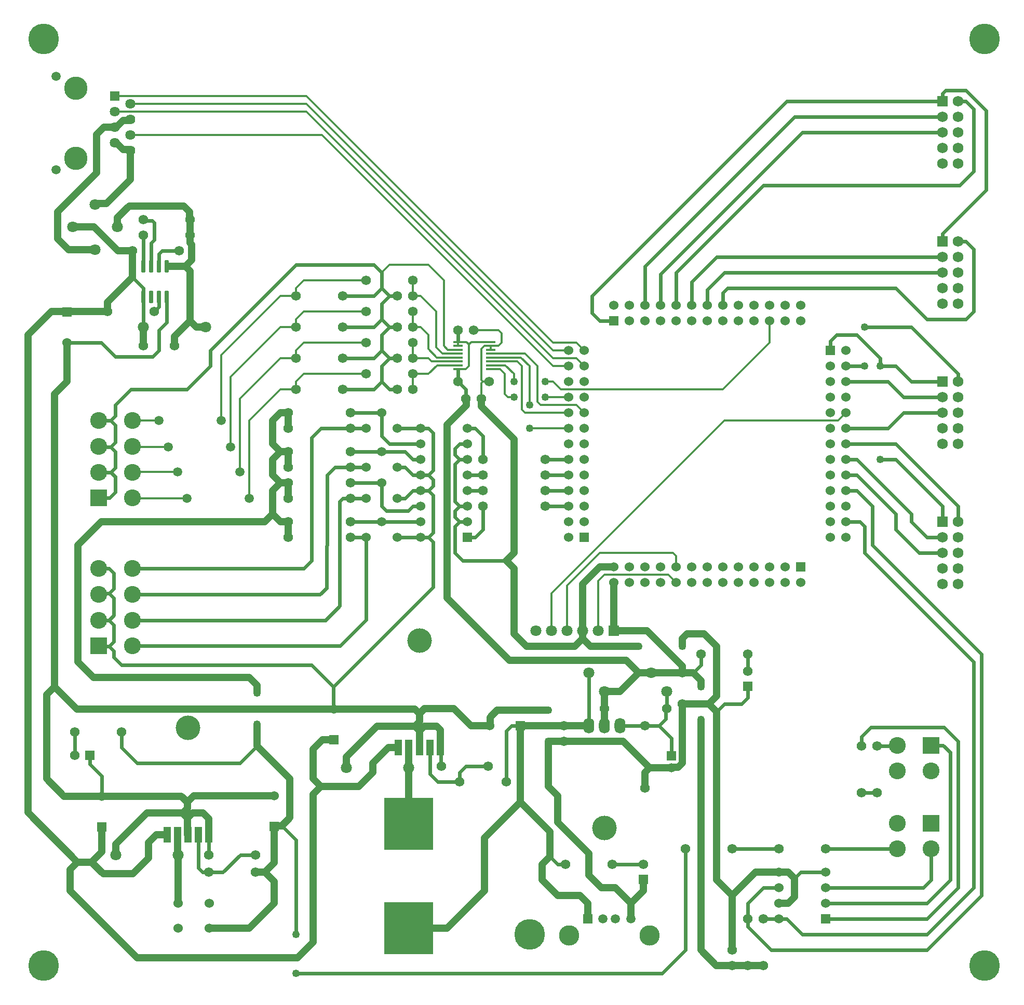
<source format=gbl>
G04*
G04 #@! TF.GenerationSoftware,Altium Limited,Altium Designer,21.5.1 (32)*
G04*
G04 Layer_Physical_Order=2*
G04 Layer_Color=16711680*
%FSLAX25Y25*%
%MOIN*%
G70*
G04*
G04 #@! TF.SameCoordinates,C97E674D-CBD0-4417-8129-BB80065031B2*
G04*
G04*
G04 #@! TF.FilePolarity,Positive*
G04*
G01*
G75*
%ADD41C,0.04724*%
%ADD42C,0.02362*%
%ADD43C,0.01378*%
%ADD44C,0.06200*%
%ADD45R,0.06200X0.06200*%
%ADD46R,0.06200X0.06200*%
%ADD47C,0.05906*%
%ADD48C,0.06890*%
%ADD50R,0.10827X0.10827*%
%ADD51C,0.10827*%
%ADD52C,0.07087*%
%ADD53C,0.15000*%
%ADD54C,0.06400*%
%ADD55R,0.06400X0.06400*%
%ADD56R,0.06000X0.06000*%
%ADD57C,0.06000*%
%ADD58R,0.06890X0.06890*%
%ADD59R,0.05906X0.05906*%
%ADD60C,0.13055*%
%ADD61C,0.19685*%
%ADD62R,0.06000X0.06000*%
%ADD63O,0.07000X0.10000*%
%ADD64C,0.15748*%
%ADD65R,0.07087X0.07087*%
%ADD66R,0.05118X0.09843*%
%ADD67C,0.04921*%
G04:AMPARAMS|DCode=68|XSize=77.56mil|YSize=23.62mil|CornerRadius=2.95mil|HoleSize=0mil|Usage=FLASHONLY|Rotation=270.000|XOffset=0mil|YOffset=0mil|HoleType=Round|Shape=RoundedRectangle|*
%AMROUNDEDRECTD68*
21,1,0.07756,0.01772,0,0,270.0*
21,1,0.07165,0.02362,0,0,270.0*
1,1,0.00591,-0.00886,-0.03583*
1,1,0.00591,-0.00886,0.03583*
1,1,0.00591,0.00886,0.03583*
1,1,0.00591,0.00886,-0.03583*
%
%ADD68ROUNDEDRECTD68*%
%ADD69R,0.06300X0.01400*%
%ADD70R,0.31496X0.33465*%
D41*
X444000Y233000D02*
X452000Y225000D01*
X430000Y230000D02*
X433000Y233000D01*
X444000D01*
X430000Y225000D02*
Y230000D01*
X361000Y225000D02*
X366000Y230000D01*
X330000Y225000D02*
X361000D01*
X366000Y230000D02*
X371000Y225000D01*
X366000Y230000D02*
Y235000D01*
X371000Y225000D02*
X402000D01*
X322000Y233000D02*
X330000Y225000D01*
X407321Y235000D02*
X430000Y212321D01*
Y208000D02*
Y212321D01*
X386000Y235000D02*
Y266000D01*
Y235000D02*
X407321D01*
X394000Y216000D02*
X402000Y208000D01*
X279000Y256000D02*
X319000Y216000D01*
X394000D01*
X279000Y256000D02*
Y367435D01*
X37000Y68000D02*
Y81842D01*
X80000Y25000D02*
X183000D01*
X37000Y68000D02*
X80000Y25000D01*
X340000Y75000D02*
Y85000D01*
X350000Y65000D02*
X364283D01*
X340000Y75000D02*
X350000Y65000D01*
X340000Y85000D02*
X345000Y90000D01*
Y106000D01*
X326000Y125000D02*
X345000Y106000D01*
X378000Y70000D02*
X386842D01*
X370000Y78000D02*
Y92000D01*
Y78000D02*
X378000Y70000D01*
X350000Y112000D02*
Y129000D01*
Y112000D02*
X370000Y92000D01*
X405000Y68158D02*
Y75300D01*
X396843Y60000D02*
X405000Y68158D01*
X386842Y70000D02*
X396843Y60000D01*
X344000Y135000D02*
X350000Y129000D01*
X303000Y102000D02*
X326000Y125000D01*
X303000Y68000D02*
Y102000D01*
X326000Y125000D02*
Y174000D01*
X364283Y65000D02*
X369284Y60000D01*
Y50000D02*
Y60000D01*
X10000Y118311D02*
Y425076D01*
X118000Y430000D02*
X124000D01*
X29000Y504028D02*
X54048Y529076D01*
X35000Y439761D02*
X35239Y440000D01*
X29000Y486918D02*
Y504028D01*
X10000Y425076D02*
X25000Y440076D01*
X34685D02*
X35000Y439761D01*
X35239Y440000D02*
X61000D01*
X25000Y440076D02*
X34685D01*
X36000Y479918D02*
X53000D01*
X29000Y486918D02*
X36000Y479918D01*
X35000Y395000D02*
Y420076D01*
X76718Y479282D02*
X77000Y479000D01*
X67588Y479282D02*
X76718D01*
X114000Y489000D02*
Y499000D01*
X115000Y473000D02*
Y483000D01*
X111000Y469000D02*
X114000Y466000D01*
Y484000D02*
Y489000D01*
Y484000D02*
X115000Y483000D01*
X111000Y469000D02*
X115000Y473000D01*
X114000Y434000D02*
Y466000D01*
X100201Y469000D02*
X111000D01*
X61000Y446000D02*
X77000Y462000D01*
Y479000D01*
X66687Y548470D02*
X70915Y544243D01*
X58687Y558470D02*
X65605D01*
X66687D02*
X70915Y562698D01*
Y544243D02*
X74833D01*
X70915Y562698D02*
X74833D01*
X114000Y434000D02*
X118000Y430000D01*
X61000Y440000D02*
Y446000D01*
X84000Y418000D02*
Y430000D01*
X104000Y418000D02*
Y424000D01*
X114000Y434000D01*
X53000Y508871D02*
X53452Y509323D01*
X67476Y494394D02*
Y500394D01*
X75000Y507918D01*
X52803Y509068D02*
X53000Y508871D01*
X53452Y509323D02*
X60247D01*
X75000Y507918D02*
X110000D01*
X113718Y499282D02*
X114000Y499000D01*
X113718Y499282D02*
Y504201D01*
X110000Y507918D02*
X113718Y504201D01*
X54048Y529076D02*
Y553831D01*
X58687Y558470D01*
X60247Y509323D02*
X75605Y524681D01*
Y543470D01*
X52476Y494394D02*
X67588Y479282D01*
X38524Y494394D02*
X52476D01*
X27000Y199000D02*
X41315Y184685D01*
X27000Y199000D02*
Y387000D01*
X35000Y395000D01*
X22000Y194000D02*
X27000Y199000D01*
X22000Y140000D02*
Y194000D01*
Y140000D02*
X33081Y128919D01*
X57234D01*
X42000Y215000D02*
Y290000D01*
Y215000D02*
X52000Y205000D01*
X42000Y290000D02*
X57000Y305000D01*
X10000Y118311D02*
X41734Y86577D01*
X396843Y50000D02*
Y60000D01*
X452000Y75000D02*
Y183000D01*
X442000Y30000D02*
Y178000D01*
X452000Y75000D02*
X462000Y65000D01*
X442000Y30000D02*
X451813Y20187D01*
X461813D02*
X462000Y20000D01*
X451813Y20187D02*
X461813D01*
X462000Y30000D02*
Y65000D01*
X477000Y80000D02*
X492000D01*
X462000Y65000D02*
X477000Y80000D01*
X462000Y20000D02*
X472000D01*
X482000D01*
X492000Y80000D02*
X498000D01*
X492000Y60000D02*
X498000D01*
Y80000D02*
X502000Y76000D01*
X498000Y60000D02*
X502000Y64000D01*
Y76000D01*
X183000Y25000D02*
X193000Y35000D01*
Y130000D01*
X254157Y111000D02*
Y147000D01*
X193000Y130000D02*
X198000Y135000D01*
X222158D01*
X193000Y140000D02*
X198000Y135000D01*
X222158D02*
X231157Y144000D01*
Y150000D01*
X193000Y140000D02*
Y159000D01*
X214244Y147087D02*
Y154087D01*
X254311Y147153D02*
Y159846D01*
X231157Y150000D02*
X241158Y160000D01*
X247772D01*
X193000Y159000D02*
X199000Y165000D01*
X214244Y154087D02*
X233842Y173685D01*
X199000Y165000D02*
X206157D01*
X233842Y173685D02*
X258157D01*
X206157Y184685D02*
X258157D01*
X254157Y44071D02*
X279071D01*
X303000Y68000D01*
X261157Y160000D02*
Y170685D01*
X274543Y160000D02*
Y171299D01*
X258157Y173685D02*
X261157Y170685D01*
X264158Y173685D01*
X272158D02*
X274543Y171299D01*
X264158Y173685D02*
X272158D01*
X294158Y174000D02*
X306315D01*
X258157Y173685D02*
X261157Y176685D01*
Y181685D01*
X283157Y185000D02*
X294158Y174000D01*
X258157Y184685D02*
X261157Y181685D01*
X264472Y185000D01*
X283157D01*
X430000Y208000D02*
X437000D01*
X452000Y193000D02*
Y225000D01*
X447000Y188000D02*
X452000Y183000D01*
X430000Y188000D02*
X447000D01*
X452000Y193000D01*
X442000Y199000D02*
Y203000D01*
X437000Y208000D02*
X442000Y203000D01*
X380000Y185000D02*
Y196000D01*
X390000D01*
X402000Y208000D01*
X410000D01*
X430000D01*
X366000Y235000D02*
Y265000D01*
X301000Y379000D02*
Y384000D01*
Y379000D02*
X322000Y358000D01*
X366000Y265000D02*
X377000Y276000D01*
X386000D01*
X344000Y135000D02*
Y164000D01*
X354000D01*
X326000Y174000D02*
X354000D01*
X392126Y164000D02*
X409063Y147063D01*
X354000Y164000D02*
X392126D01*
X406000Y144000D02*
X409063Y147063D01*
X423000D01*
X406000Y134000D02*
Y144000D01*
X423233Y147296D02*
X427296D01*
X430000Y150000D01*
Y188000D01*
X354000Y174000D02*
X370000D01*
X306315D02*
X306559Y174244D01*
Y179559D01*
X380000Y174000D02*
Y185000D01*
X306559Y179559D02*
X311000Y184000D01*
X344000D01*
X172000Y375000D02*
X177000D01*
Y365000D02*
Y375000D01*
X167000Y370000D02*
X172000Y375000D01*
X279000Y367435D02*
X291282Y379718D01*
Y383718D01*
X291000Y384000D02*
X291282Y383718D01*
X177000Y320000D02*
Y330000D01*
X167000Y325000D02*
X172000Y330000D01*
X177000D01*
X167000Y335000D02*
X172000Y330000D01*
X167000Y335000D02*
Y345000D01*
X177000Y340000D02*
Y350000D01*
X167000Y345000D02*
X172000Y350000D01*
X177000D01*
X167000Y355000D02*
X172000Y350000D01*
X167000Y355000D02*
Y370000D01*
Y310000D02*
X172000Y305000D01*
X177000D01*
Y295000D02*
Y305000D01*
X167000Y310000D02*
Y325000D01*
X52000Y205000D02*
X152000D01*
X126234Y44000D02*
X152000D01*
X167998Y59998D01*
Y74002D01*
X162000Y80000D02*
X167998Y74002D01*
X156000Y80000D02*
X162000D01*
X167998Y85998D01*
X106234Y60000D02*
Y91077D01*
X87234Y89077D02*
Y99077D01*
X66234Y91077D02*
Y98077D01*
X106081Y91230D02*
Y103923D01*
X57234Y93077D02*
Y109234D01*
X87234Y99077D02*
X92234Y104077D01*
X99234D01*
X112423Y104273D02*
X112620Y104077D01*
X66234Y98077D02*
X86234Y118077D01*
X112423Y104273D02*
Y114888D01*
X109234Y118077D02*
X112423Y114888D01*
X115612Y118077D01*
X167998Y85998D02*
Y109313D01*
X126006Y104077D02*
Y114305D01*
X167998Y109313D02*
X168636Y109951D01*
X172951D01*
X178000Y115000D01*
X122234Y118077D02*
X126006Y114305D01*
X178000Y115000D02*
Y140000D01*
X167919Y129077D02*
X167998Y128998D01*
X157000Y161000D02*
X178000Y140000D01*
X157000Y161000D02*
Y175000D01*
X322000Y285000D02*
Y358000D01*
X317000Y280000D02*
X322000Y275000D01*
X317000Y280000D02*
X322000Y285000D01*
Y233000D02*
Y275000D01*
X58234Y79077D02*
X77234D01*
X50734Y86577D02*
X57234Y93077D01*
X50734Y86577D02*
X58234Y79077D01*
X77234D02*
X87234Y89077D01*
X41734Y86577D02*
X50734D01*
X37000Y81842D02*
X41734Y86577D01*
X115612Y118077D02*
X122234D01*
X86234D02*
X109234D01*
X112234Y121077D01*
Y125077D01*
X108392Y128919D02*
X112234Y125077D01*
X116234Y129077D01*
X57234Y128919D02*
X108392D01*
X116234Y129077D02*
X167919D01*
X162000Y305000D02*
X167000Y310000D01*
X41315Y184685D02*
X206157D01*
X57000Y305000D02*
X162000D01*
X157000Y195000D02*
Y200000D01*
X152000Y205000D02*
X157000Y200000D01*
D42*
X57234Y128919D02*
Y141766D01*
X49700Y149300D02*
X57234Y141766D01*
X49700Y149300D02*
Y155000D01*
X40000D02*
Y170000D01*
X146000Y150000D02*
X157000Y161000D01*
X70000Y160000D02*
X80000Y150000D01*
X146000D01*
X70000Y160000D02*
Y170000D01*
X345000Y90000D02*
X350000Y85000D01*
X355000D01*
X385000D02*
X405000D01*
X468000Y188000D02*
X472000Y192000D01*
X457000Y188000D02*
X468000D01*
X472000Y192000D02*
Y199300D01*
X452000Y183000D02*
X457000Y188000D01*
X472000Y209000D02*
Y220000D01*
X437000Y208000D02*
X442000Y213000D01*
Y220000D01*
X462000Y95000D02*
X492000D01*
X607000Y70000D02*
Y164000D01*
X551000Y173000D02*
X598000D01*
X607000Y164000D01*
X545000Y167000D02*
X551000Y173000D01*
X545000Y161000D02*
Y167000D01*
X602000Y75000D02*
Y157000D01*
X597465Y161535D02*
X602000Y157000D01*
X589653Y161535D02*
X597465D01*
X545000Y161000D02*
X545174Y161174D01*
X555000Y161000D02*
X567174D01*
X545000Y131000D02*
X555000D01*
X589653Y75000D02*
Y95000D01*
X522000D02*
X568000D01*
X182000Y470000D02*
X232000D01*
X212000Y410000D02*
X232000D01*
X212000Y390000D02*
X232000D01*
X212000Y450000D02*
X232000D01*
X212000Y430000D02*
X232000D01*
Y450000D02*
X237000Y455000D01*
X232000Y430000D02*
X237000Y435000D01*
X232000Y410000D02*
X237000Y415000D01*
X232000Y390000D02*
X237000Y395000D01*
X232000Y470000D02*
X237000Y465000D01*
X127000Y415000D02*
X182000Y470000D01*
X127000Y405000D02*
Y415000D01*
X112000Y390000D02*
X127000Y405000D01*
X35000Y420076D02*
X56924D01*
X94000Y469000D02*
Y477000D01*
X84000Y469000D02*
Y489000D01*
X89000Y469000D02*
Y484000D01*
X94000Y477000D02*
X96000Y479000D01*
X84000Y430000D02*
Y449551D01*
X91000Y440000D02*
Y440157D01*
X99000Y433000D02*
Y449551D01*
X94000Y443157D02*
Y449551D01*
X91000Y440157D02*
X94000Y443157D01*
X96000Y479000D02*
X107000D01*
X84000Y449551D02*
Y455000D01*
X77000Y462000D02*
X84000Y455000D01*
X74833Y544243D02*
X75605Y543470D01*
X65605Y548470D02*
X66687D01*
X65605Y558470D02*
X66687D01*
X74833Y562698D02*
X75605Y563470D01*
X66000Y411000D02*
X90000D01*
X94000Y428000D02*
X99000Y433000D01*
X56924Y420076D02*
X66000Y411000D01*
X90000D02*
X94000Y415000D01*
Y428000D01*
X84000Y499000D02*
X84643Y498357D01*
X89000Y484000D02*
X91000Y486000D01*
Y496973D01*
X89616Y498357D02*
X91000Y496973D01*
X84643Y498357D02*
X89616D01*
X242000Y390000D02*
X247000D01*
X237000Y395000D02*
X242000Y390000D01*
X237000Y395000D02*
Y405000D01*
X242000Y410000D01*
X247000D01*
X237000Y415000D02*
X242000Y410000D01*
X237000Y415000D02*
Y425000D01*
X242000Y430000D01*
X247000D01*
X237000Y435000D02*
X242000Y430000D01*
X237000Y445000D02*
X242000Y450000D01*
X237000Y435000D02*
Y445000D01*
Y455000D02*
Y465000D01*
Y455000D02*
X242000Y450000D01*
X247000D01*
X76000Y390000D02*
X112000D01*
X66000Y380000D02*
X76000Y390000D01*
X66000Y373000D02*
Y380000D01*
X63000Y370000D02*
X66000Y373000D01*
X55347Y370000D02*
X63000D01*
X66000Y367000D01*
Y356000D02*
Y367000D01*
X63000Y353000D02*
X66000Y356000D01*
X55811Y353000D02*
X63000D01*
X55347Y353465D02*
X55811Y353000D01*
X63000D02*
X66000Y350000D01*
X63071Y336929D02*
X66000Y339858D01*
Y350000D01*
X63071Y336929D02*
X66000Y334000D01*
X62394Y320394D02*
X66000Y324000D01*
Y334000D01*
X55347Y336929D02*
X63071D01*
X55347Y320394D02*
X62394D01*
X77000Y275000D02*
X187000D01*
X77000Y241929D02*
X200929D01*
X182000Y15000D02*
X417000D01*
X432000Y30000D02*
Y95000D01*
X417000Y15000D02*
X432000Y30000D01*
X622000Y65000D02*
Y220000D01*
X487000Y30000D02*
X587000D01*
X622000Y65000D01*
X587000Y40000D02*
X617000Y70000D01*
X507000Y40000D02*
X587000D01*
X617000Y70000D02*
Y215000D01*
X587000Y50000D02*
X607000Y70000D01*
X522000Y50000D02*
X587000D01*
X497000Y575000D02*
X597000D01*
X372000Y439000D02*
Y450000D01*
X497000Y575000D01*
X406000Y444000D02*
Y469000D01*
X502000Y565000D02*
X597000D01*
X406000Y469000D02*
X502000Y565000D01*
X507000Y555000D02*
X597000D01*
X416000Y444000D02*
Y464000D01*
X507000Y555000D01*
X482000Y521000D02*
X608000D01*
X426000Y444000D02*
Y465000D01*
X482000Y521000D01*
X446000Y444000D02*
Y454000D01*
X457000Y465000D02*
X597000D01*
X446000Y454000D02*
X457000Y465000D01*
X436000Y444000D02*
Y459000D01*
X452000Y475000D02*
X597000D01*
X436000Y459000D02*
X452000Y475000D01*
X625000Y518000D02*
Y569000D01*
X597000Y490000D02*
X625000Y518000D01*
X597000Y485000D02*
Y490000D01*
X567000Y455000D02*
X587000Y435000D01*
X456000Y452000D02*
X459000Y455000D01*
X567000D01*
X456000Y444000D02*
Y452000D01*
X587000Y435000D02*
X612000D01*
X577000Y430000D02*
X606921Y400079D01*
X547000Y430000D02*
X577000D01*
X606921Y395079D02*
X607000Y395000D01*
X606921Y395079D02*
Y400079D01*
X557000Y405000D02*
Y410000D01*
X542000Y425000D02*
X557000Y410000D01*
X529000Y425000D02*
X542000D01*
X525000Y415000D02*
Y421000D01*
X529000Y425000D01*
X557000Y405000D02*
X567000D01*
X577000Y395000D01*
X597000D01*
X562000D02*
X572000Y385000D01*
X597000D01*
X562000Y365000D02*
X572000Y375000D01*
X597000D01*
X535000Y355000D02*
X567000D01*
X597000Y305000D02*
Y315000D01*
X567000Y345000D02*
X597000Y315000D01*
X557000Y345000D02*
X567000D01*
X577000Y305000D02*
X587000Y295000D01*
X597000D01*
X577000Y305000D02*
Y310000D01*
X567000Y300000D02*
Y310000D01*
X582000Y285000D02*
X597000D01*
X567000Y300000D02*
X582000Y285000D01*
X607000Y305000D02*
Y315000D01*
X567000Y355000D02*
X607000Y315000D01*
X552000Y290000D02*
Y315000D01*
Y290000D02*
X622000Y220000D01*
X547000Y285000D02*
X617000Y215000D01*
X547000Y285000D02*
Y302000D01*
X542000Y325000D02*
X552000Y315000D01*
X544000Y305000D02*
X547000Y302000D01*
X535000Y305000D02*
X544000D01*
X522000Y60000D02*
X587000D01*
X602000Y75000D01*
X584654Y70000D02*
X589653Y75000D01*
X522000Y70000D02*
X584654D01*
X607000Y485000D02*
X612000D01*
X617000Y440000D02*
Y480000D01*
X612000Y485000D02*
X617000Y480000D01*
X612000Y435000D02*
X617000Y440000D01*
X535000Y365000D02*
X562000D01*
X535000Y395000D02*
X562000D01*
X472000Y45000D02*
X487000Y30000D01*
X497000Y50000D02*
X507000Y40000D01*
X482000Y70000D02*
X492000D01*
X472000Y50000D02*
Y60000D01*
Y45000D02*
Y50000D01*
Y60000D02*
X482000Y70000D01*
X506000Y80000D02*
X522000D01*
X482000Y50000D02*
X492000D01*
X497000D01*
X502000Y76000D02*
X506000Y80000D01*
X172951Y109951D02*
X182000Y100901D01*
Y40000D02*
Y100901D01*
X217000Y295000D02*
X227000D01*
X217000Y305000D02*
X237000D01*
X202000Y290000D02*
Y335000D01*
X237000Y315000D02*
X240000Y312000D01*
X210071Y318071D02*
X212000Y320000D01*
X192000Y280000D02*
Y359000D01*
X212000Y320000D02*
X217000D01*
X227000D01*
X237000Y315000D02*
Y330000D01*
X214158Y147000D02*
X214244Y147087D01*
X254157Y147000D02*
X254311Y147153D01*
X206000Y184843D02*
X206157Y184685D01*
X275157Y138000D02*
X285157D01*
X273000D02*
X275157D01*
X267850Y143150D02*
X273000Y138000D01*
X287000D02*
Y144000D01*
X291000Y148000D01*
X305157D01*
X274850Y148307D02*
X275157Y148000D01*
X267850Y143150D02*
Y160000D01*
X274850Y148307D02*
Y159693D01*
X274543Y160000D02*
X274850Y159693D01*
X254311Y159846D02*
X254465Y160000D01*
X227000Y242000D02*
Y295000D01*
X201535Y262535D02*
Y289535D01*
X210071Y251071D02*
Y318071D01*
X201535Y289535D02*
X202000Y290000D01*
X270000Y263000D02*
Y292000D01*
X284000Y285000D02*
X289000Y280000D01*
X284000Y285000D02*
Y302000D01*
X267000Y295000D02*
X270000Y292000D01*
X247000Y295000D02*
X262000D01*
X292000D02*
X297000D01*
X262000D02*
X267000D01*
X270000Y298000D01*
X297000Y295000D02*
X302000Y300000D01*
X284000Y302000D02*
X287000Y305000D01*
X237000D02*
X262000D01*
X287000D02*
X292000D01*
X284000Y308000D02*
X287000Y305000D01*
X270000Y298000D02*
Y322000D01*
X284000Y308000D02*
Y312000D01*
X240000D02*
X254000D01*
X257000Y315000D01*
X284000Y312000D02*
X287000Y315000D01*
X257000D02*
X262000D01*
X287000D02*
X292000D01*
X284000Y318000D02*
X287000Y315000D01*
X247000Y320000D02*
X252000D01*
X257000Y325000D01*
X267000D02*
X270000Y322000D01*
X206000Y184843D02*
Y199000D01*
X192000Y213000D02*
X206000Y199000D01*
X187000Y275000D02*
X192000Y280000D01*
X206000Y199000D02*
X270000Y263000D01*
X210394Y225394D02*
X227000Y242000D01*
X197465Y258465D02*
X201535Y262535D01*
X200929Y241929D02*
X210071Y251071D01*
X286000Y421101D02*
Y428000D01*
X608000Y521000D02*
X617000Y530000D01*
Y570000D01*
X599000Y582000D02*
X612000D01*
Y575000D02*
X617000Y570000D01*
X597000Y580000D02*
X599000Y582000D01*
X597000Y575000D02*
Y580000D01*
X607000Y575000D02*
X612000D01*
X420000Y185000D02*
Y196000D01*
X370000Y174000D02*
Y208000D01*
X406000Y174000D02*
X415000D01*
X542000Y345000D02*
X577000Y310000D01*
X542000Y335000D02*
X567000Y310000D01*
X535000Y405000D02*
X547000D01*
X535000Y325000D02*
X542000D01*
X535000Y335000D02*
X542000D01*
X535000Y345000D02*
X542000D01*
X372000Y439000D02*
X377000Y434000D01*
X386000D01*
X342000Y315000D02*
X357000D01*
X342000Y325000D02*
X357000D01*
X342000Y335000D02*
X357000D01*
X342000Y345000D02*
X357000D01*
X302000D02*
Y360000D01*
X317000Y138000D02*
Y170843D01*
X320158Y174000D01*
X326000D01*
X423000Y147063D02*
X423233Y147296D01*
X415000Y174000D02*
X423000Y166000D01*
Y154937D02*
Y166000D01*
X390000Y174000D02*
X406000D01*
X415000D02*
X419357Y178357D01*
Y184357D01*
X420000Y185000D01*
X262000Y325000D02*
X267000D01*
X257000D02*
X262000D01*
X267000D02*
X270000Y328000D01*
X267000Y335000D02*
X270000Y332000D01*
X262000Y335000D02*
X267000D01*
X257000D02*
X262000D01*
X267000D02*
X270000Y338000D01*
X252000Y340000D02*
X257000Y335000D01*
X247000Y340000D02*
X252000D01*
X257000Y345000D02*
X262000D01*
X252000Y350000D02*
X257000Y345000D01*
X217000Y330000D02*
X237000D01*
X202000Y335000D02*
X207000Y340000D01*
X217000D02*
X227000D01*
X207000D02*
X217000D01*
Y350000D02*
X237000D01*
X192000Y359000D02*
X198000Y365000D01*
X217000D02*
X227000D01*
X198000D02*
X217000D01*
Y375000D02*
X237000D01*
Y350000D02*
X252000D01*
X242000Y355000D02*
X262000D01*
X237000Y360000D02*
X242000Y355000D01*
X267000Y365000D02*
X270000Y362000D01*
X262000Y365000D02*
X267000D01*
X247000D02*
X262000D01*
X237000Y360000D02*
Y375000D01*
X292000Y325000D02*
X302000D01*
X270000Y328000D02*
Y332000D01*
X284000Y318000D02*
Y342000D01*
X292000Y335000D02*
X302000D01*
X284000Y342000D02*
X287000Y345000D01*
X292000D01*
X284000Y348000D02*
X287000Y345000D01*
X270000Y338000D02*
Y362000D01*
X284000Y348000D02*
Y352000D01*
X287000Y355000D01*
X292000D01*
X297000Y365000D02*
X302000Y360000D01*
X292000Y365000D02*
X297000D01*
X291000Y384000D02*
Y390000D01*
X286000Y395000D02*
X291000Y390000D01*
X286000Y395000D02*
Y402519D01*
X77000Y225394D02*
X210394D01*
X55347Y275000D02*
X62000D01*
X65000Y272000D01*
Y262000D02*
Y272000D01*
X62000Y259000D02*
X65000Y262000D01*
X55882Y259000D02*
X62000D01*
X55347Y258465D02*
X55882Y259000D01*
X65000Y245000D02*
Y256000D01*
X61929Y241929D02*
X65000Y238858D01*
X61929Y241929D02*
X65000Y245000D01*
X155923Y91234D02*
X156000Y91158D01*
X122000Y80000D02*
X126000D01*
X135000D01*
X119313Y82687D02*
X122000Y80000D01*
X135000D02*
X146234Y91234D01*
X119313Y82687D02*
Y104077D01*
X106081Y91230D02*
X106234Y91077D01*
X105927Y104077D02*
X106081Y103923D01*
X146234Y91234D02*
X155923D01*
X125923D02*
X125965Y91275D01*
Y104035D01*
X126006Y104077D01*
X612000Y582000D02*
X625000Y569000D01*
X302000Y300000D02*
Y315000D01*
X289000Y280000D02*
X317000D01*
X77000Y258465D02*
X197465D01*
X70000Y213000D02*
X192000D01*
X65000Y218000D02*
X70000Y213000D01*
X62000Y259000D02*
X65000Y256000D01*
X55740Y225000D02*
X62000D01*
X55347Y241929D02*
X61929D01*
X65000Y218000D02*
Y222000D01*
Y228000D02*
Y238858D01*
X62000Y225000D02*
X65000Y222000D01*
X55347Y225394D02*
X55740Y225000D01*
X62000D02*
X65000Y228000D01*
D43*
X376000Y235000D02*
Y267000D01*
X346000Y235000D02*
Y259000D01*
X356000Y235000D02*
Y264000D01*
X65605Y578470D02*
X188530D01*
Y573470D02*
X347000Y415000D01*
X75605Y573470D02*
X188530D01*
X65605Y568470D02*
X188530D01*
X75605Y553470D02*
X198530D01*
X347000Y405000D01*
X134000Y370000D02*
Y412000D01*
X172000Y450000D02*
X182000D01*
X134000Y412000D02*
X172000Y450000D01*
Y430000D02*
X182000D01*
X140000Y353000D02*
Y398000D01*
X172000Y430000D01*
X146000Y337000D02*
Y384000D01*
X172000Y410000D02*
X182000D01*
X146000Y384000D02*
X172000Y410000D01*
X152000Y370000D02*
X172000Y390000D01*
X152000Y320000D02*
Y370000D01*
X172000Y390000D02*
X182000D01*
X237000Y465000D02*
X242000Y470000D01*
X267000D01*
X277000Y460000D01*
Y418000D02*
Y460000D01*
X279400Y415600D02*
X286000D01*
X277000Y418000D02*
X279400Y415600D01*
X272000Y417000D02*
Y440000D01*
X276000Y413000D02*
X286000D01*
X272000Y417000D02*
X276000Y413000D01*
X262000Y450000D02*
X272000Y440000D01*
X257000Y450000D02*
X262000D01*
X272400Y410600D02*
X286000D01*
X267000Y416000D02*
X272400Y410600D01*
X267000Y416000D02*
Y425000D01*
X262000Y430000D02*
X267000Y425000D01*
X257000Y430000D02*
X262000D01*
X257000Y450000D02*
Y460000D01*
Y430000D02*
Y440000D01*
Y410000D02*
Y420000D01*
Y410000D02*
X267000D01*
X269000Y408000D02*
X286000D01*
X267000Y410000D02*
X269000Y408000D01*
X257000Y390000D02*
Y400000D01*
X267000D01*
X272600Y405600D02*
X286000D01*
X267000Y400000D02*
X272600Y405600D01*
X77000Y320394D02*
X77197Y320197D01*
X111803D02*
X112000Y320000D01*
X77197Y320197D02*
X111803D01*
X77035Y336965D02*
X105965D01*
X77000Y336929D02*
X77035Y336965D01*
X105965D02*
X106000Y337000D01*
X77232Y353232D02*
X99768D01*
X100000Y353000D01*
X77000Y353465D02*
X77232Y353232D01*
X77000Y370000D02*
X94000D01*
X182000Y390000D02*
Y395000D01*
X187000Y400000D01*
X227000D01*
X182000Y410000D02*
Y415000D01*
X187000Y420000D01*
X227000D01*
X182000Y430000D02*
Y435000D01*
X187000Y440000D01*
X227000D01*
X182000Y450000D02*
Y455000D01*
X187000Y460000D02*
X227000D01*
X182000Y455000D02*
X187000Y460000D01*
X286000Y420600D02*
X291400D01*
X456000Y390000D02*
X486000Y420000D01*
X312000Y428000D02*
X314000Y426000D01*
X347000Y420000D02*
X362000D01*
X314000D02*
Y426000D01*
X188530Y578470D02*
X347000Y420000D01*
X188530Y568470D02*
X347000Y410000D01*
X457000Y370000D02*
X530000D01*
X535000Y375000D01*
X486000Y420000D02*
Y434000D01*
X421000Y271000D02*
X426000Y266000D01*
X362000Y410000D02*
X367000Y405000D01*
X362000Y420000D02*
X367000Y415000D01*
X301000Y384000D02*
Y394000D01*
X302000Y395000D01*
X316000Y387000D02*
Y400000D01*
Y387000D02*
X318000Y385000D01*
X322000D01*
X327000Y377000D02*
Y405000D01*
Y377000D02*
X329000Y375000D01*
X331824Y380176D02*
Y405176D01*
Y380176D02*
X332000Y380000D01*
X337000Y382000D02*
Y405000D01*
Y382000D02*
X339000Y380000D01*
X329000Y375000D02*
X357000D01*
X332000Y365000D02*
X357000D01*
X347000Y395000D02*
X352000Y390000D01*
X342000Y385000D02*
X357000D01*
X339000Y380000D02*
X362000D01*
X367000Y375000D01*
X356000Y264000D02*
X377000Y285000D01*
X376000Y267000D02*
X380000Y271000D01*
X421000D01*
X377000Y285000D02*
X424000D01*
X346000Y259000D02*
X457000Y370000D01*
X352000Y390000D02*
X456000D01*
X424000Y285000D02*
X426000Y283000D01*
Y276000D02*
Y283000D01*
X301000Y396000D02*
Y416000D01*
Y396000D02*
X302000Y395000D01*
X301000Y416000D02*
X302991Y417991D01*
X302000Y395000D02*
X306000D01*
X302991Y417991D02*
X306991D01*
X307000Y418000D01*
Y415600D02*
Y418000D01*
Y403000D02*
X313000D01*
X307000Y405600D02*
X316400D01*
X313000Y403000D02*
X316000Y400000D01*
X307000Y408000D02*
X324000D01*
X307000Y410600D02*
X326400D01*
X307000Y413000D02*
X329000D01*
X316400Y405600D02*
X322000Y400000D01*
Y395000D02*
Y400000D01*
X324000Y408000D02*
X327000Y405000D01*
X326400Y410600D02*
X331824Y405176D01*
X329000Y413000D02*
X337000Y405000D01*
X342000Y395000D02*
X347000D01*
Y405000D02*
X357000D01*
X347000Y415000D02*
X357000D01*
X347000Y410000D02*
X362000D01*
X294600Y420600D02*
X307000D01*
X312000Y418000D02*
X314000Y420000D01*
X296000Y428000D02*
X312000D01*
X307000Y418000D02*
X312000D01*
X286000Y403000D02*
X291000D01*
X293000Y405000D01*
Y419000D01*
X286000Y418000D02*
Y420600D01*
X291400D02*
X293000Y419000D01*
X294600Y420600D01*
D44*
X40000Y170000D02*
D03*
X70000D02*
D03*
X40000Y155000D02*
D03*
X385000Y85000D02*
D03*
X355000D02*
D03*
X405000D02*
D03*
X472000Y209000D02*
D03*
Y220000D02*
D03*
X442000D02*
D03*
X522000Y95000D02*
D03*
X492000D02*
D03*
X227000Y460000D02*
D03*
X257000D02*
D03*
X227000Y440000D02*
D03*
X257000D02*
D03*
X227000Y420000D02*
D03*
X257000D02*
D03*
X227000Y400000D02*
D03*
X257000D02*
D03*
X212000Y390000D02*
D03*
X182000D02*
D03*
X212000Y410000D02*
D03*
X182000D02*
D03*
X212000Y430000D02*
D03*
X182000D02*
D03*
X212000Y450000D02*
D03*
X182000D02*
D03*
X61000Y440000D02*
D03*
X91000D02*
D03*
X84000Y499000D02*
D03*
X114000D02*
D03*
X77000Y479000D02*
D03*
X107000D02*
D03*
X84000Y489000D02*
D03*
X114000D02*
D03*
X104000Y418000D02*
D03*
X84000D02*
D03*
X247000Y450000D02*
D03*
X257000D02*
D03*
X247000Y430000D02*
D03*
X257000D02*
D03*
X247000Y410000D02*
D03*
X257000D02*
D03*
X247000Y390000D02*
D03*
X257000D02*
D03*
X545000Y161000D02*
D03*
Y131000D02*
D03*
X555000D02*
D03*
Y161000D02*
D03*
X462000Y30000D02*
D03*
Y20000D02*
D03*
X472000D02*
D03*
Y50000D02*
D03*
X482000Y20000D02*
D03*
Y50000D02*
D03*
X462000Y95000D02*
D03*
X432000D02*
D03*
X305157Y148000D02*
D03*
X275157D02*
D03*
X287000Y138000D02*
D03*
X317000D02*
D03*
X354000Y164000D02*
D03*
Y174000D02*
D03*
X380000Y185000D02*
D03*
X420000D02*
D03*
X406000Y174000D02*
D03*
Y134000D02*
D03*
X430000Y188000D02*
D03*
Y208000D02*
D03*
X302000Y315000D02*
D03*
X342000D02*
D03*
Y335000D02*
D03*
X302000D02*
D03*
X286000Y395000D02*
D03*
X306000D02*
D03*
X302000Y325000D02*
D03*
X342000D02*
D03*
X302000Y345000D02*
D03*
X342000D02*
D03*
X155923Y91234D02*
D03*
X125923D02*
D03*
X126000Y80000D02*
D03*
X156000D02*
D03*
X177000Y320000D02*
D03*
X217000D02*
D03*
X177000Y305000D02*
D03*
X217000D02*
D03*
X177000Y295000D02*
D03*
X217000D02*
D03*
X177000Y340000D02*
D03*
X217000D02*
D03*
X177000Y330000D02*
D03*
X217000D02*
D03*
X177000Y350000D02*
D03*
X217000D02*
D03*
X177000Y365000D02*
D03*
X217000D02*
D03*
X177000Y375000D02*
D03*
X217000D02*
D03*
X301000Y384000D02*
D03*
X291000D02*
D03*
X296000Y428000D02*
D03*
X286000D02*
D03*
D45*
X49700Y155000D02*
D03*
D46*
X405000Y75300D02*
D03*
X472000Y199300D02*
D03*
D47*
X152000Y320000D02*
D03*
X112000D02*
D03*
X146000Y337000D02*
D03*
X106000D02*
D03*
X134000Y370000D02*
D03*
X94000D02*
D03*
X140000Y353000D02*
D03*
X100000D02*
D03*
X28105Y590970D02*
D03*
Y530970D02*
D03*
X379126Y50000D02*
D03*
X387000D02*
D03*
X396843D02*
D03*
D48*
X607000Y265000D02*
D03*
X597000D02*
D03*
X607000Y275000D02*
D03*
X597000D02*
D03*
X607000Y285000D02*
D03*
X597000D02*
D03*
X607000Y295000D02*
D03*
X597000D02*
D03*
X607000Y305000D02*
D03*
Y535000D02*
D03*
X597000D02*
D03*
X607000Y545000D02*
D03*
X597000D02*
D03*
X607000Y555000D02*
D03*
X597000D02*
D03*
X607000Y565000D02*
D03*
X597000D02*
D03*
X607000Y575000D02*
D03*
Y445000D02*
D03*
X597000D02*
D03*
X607000Y455000D02*
D03*
X597000D02*
D03*
X607000Y465000D02*
D03*
X597000D02*
D03*
X607000Y475000D02*
D03*
X597000D02*
D03*
X607000Y485000D02*
D03*
Y395000D02*
D03*
X597000Y385000D02*
D03*
X607000D02*
D03*
X597000Y375000D02*
D03*
X607000D02*
D03*
X597000Y365000D02*
D03*
X607000D02*
D03*
X597000Y355000D02*
D03*
X607000D02*
D03*
D50*
X55347Y320394D02*
D03*
X589653Y111535D02*
D03*
Y161535D02*
D03*
X55347Y225394D02*
D03*
D51*
X77000Y320394D02*
D03*
X55347Y336929D02*
D03*
X77000D02*
D03*
X55347Y353465D02*
D03*
X77000D02*
D03*
X55347Y370000D02*
D03*
X77000D02*
D03*
X568000Y111535D02*
D03*
X589653Y95000D02*
D03*
X568000D02*
D03*
Y161535D02*
D03*
X589653Y145000D02*
D03*
X568000D02*
D03*
X77000Y225394D02*
D03*
X55347Y241929D02*
D03*
X77000D02*
D03*
X55347Y258465D02*
D03*
X77000D02*
D03*
X55347Y275000D02*
D03*
X77000D02*
D03*
D52*
X53000Y479918D02*
D03*
X67476Y494394D02*
D03*
X53000Y508871D02*
D03*
X38524Y494394D02*
D03*
X84000Y430000D02*
D03*
X124000D02*
D03*
X370000Y208000D02*
D03*
X410000D02*
D03*
X380000Y196000D02*
D03*
X420000D02*
D03*
X336000Y235000D02*
D03*
X346000D02*
D03*
X356000D02*
D03*
X366000D02*
D03*
X376000D02*
D03*
X106234Y91077D02*
D03*
X66234D02*
D03*
X214158Y147000D02*
D03*
X254157D02*
D03*
D53*
X40605Y583470D02*
D03*
Y538470D02*
D03*
D54*
X65605Y558470D02*
D03*
X75605Y563470D02*
D03*
Y573470D02*
D03*
X65605Y568470D02*
D03*
X75605Y553470D02*
D03*
Y543470D02*
D03*
X65605Y548470D02*
D03*
D55*
Y578470D02*
D03*
D56*
X35000Y439761D02*
D03*
X367000Y295000D02*
D03*
X525000Y415000D02*
D03*
X423000Y154937D02*
D03*
X57234Y109234D02*
D03*
X167998Y109313D02*
D03*
X206157Y165000D02*
D03*
D57*
X416000Y444000D02*
D03*
X396000Y434000D02*
D03*
X386000Y444000D02*
D03*
X396000D02*
D03*
X426000D02*
D03*
X436000D02*
D03*
X446000D02*
D03*
X456000D02*
D03*
X466000D02*
D03*
X476000D02*
D03*
X486000D02*
D03*
X496000D02*
D03*
X506000D02*
D03*
X406000D02*
D03*
X416000Y434000D02*
D03*
X426000D02*
D03*
X436000D02*
D03*
X446000D02*
D03*
X456000D02*
D03*
X466000D02*
D03*
X476000D02*
D03*
X486000D02*
D03*
X496000D02*
D03*
X506000D02*
D03*
X406000D02*
D03*
X35000Y420076D02*
D03*
X522000Y60000D02*
D03*
Y70000D02*
D03*
X492000D02*
D03*
Y60000D02*
D03*
Y50000D02*
D03*
Y80000D02*
D03*
X522000D02*
D03*
X367000Y315000D02*
D03*
Y415000D02*
D03*
Y405000D02*
D03*
Y395000D02*
D03*
Y385000D02*
D03*
Y375000D02*
D03*
Y365000D02*
D03*
Y355000D02*
D03*
Y345000D02*
D03*
Y335000D02*
D03*
Y325000D02*
D03*
X357000Y315000D02*
D03*
Y415000D02*
D03*
Y405000D02*
D03*
Y395000D02*
D03*
Y385000D02*
D03*
Y375000D02*
D03*
Y365000D02*
D03*
Y355000D02*
D03*
Y345000D02*
D03*
Y335000D02*
D03*
Y305000D02*
D03*
Y295000D02*
D03*
X367000Y305000D02*
D03*
X357000Y325000D02*
D03*
X486000Y276000D02*
D03*
X386000D02*
D03*
X396000D02*
D03*
X406000D02*
D03*
X416000D02*
D03*
X426000D02*
D03*
X436000D02*
D03*
X446000D02*
D03*
X456000D02*
D03*
X466000D02*
D03*
X476000D02*
D03*
X486000Y266000D02*
D03*
X386000D02*
D03*
X396000D02*
D03*
X406000D02*
D03*
X416000D02*
D03*
X426000D02*
D03*
X436000D02*
D03*
X446000D02*
D03*
X456000D02*
D03*
X466000D02*
D03*
X496000D02*
D03*
X506000D02*
D03*
X496000Y276000D02*
D03*
X476000Y266000D02*
D03*
X525000Y395000D02*
D03*
Y295000D02*
D03*
Y305000D02*
D03*
Y315000D02*
D03*
Y325000D02*
D03*
Y335000D02*
D03*
Y345000D02*
D03*
Y355000D02*
D03*
Y365000D02*
D03*
Y375000D02*
D03*
Y385000D02*
D03*
X535000Y395000D02*
D03*
Y295000D02*
D03*
Y305000D02*
D03*
Y315000D02*
D03*
Y325000D02*
D03*
Y335000D02*
D03*
Y345000D02*
D03*
Y355000D02*
D03*
Y365000D02*
D03*
Y375000D02*
D03*
Y405000D02*
D03*
Y415000D02*
D03*
X525000Y405000D02*
D03*
X535000Y385000D02*
D03*
X306315Y174000D02*
D03*
X423000Y147063D02*
D03*
X57234Y128919D02*
D03*
X126234Y60000D02*
D03*
X106234Y44000D02*
D03*
X126234D02*
D03*
X106234Y60000D02*
D03*
X167998Y128998D02*
D03*
X206157Y184685D02*
D03*
X247000Y295000D02*
D03*
X227000D02*
D03*
X237000Y305000D02*
D03*
X247000Y320000D02*
D03*
X227000D02*
D03*
X237000Y330000D02*
D03*
X262000Y295000D02*
D03*
Y305000D02*
D03*
Y315000D02*
D03*
X292000D02*
D03*
Y305000D02*
D03*
Y325000D02*
D03*
Y335000D02*
D03*
X262000D02*
D03*
Y325000D02*
D03*
X292000Y345000D02*
D03*
Y355000D02*
D03*
X262000D02*
D03*
Y345000D02*
D03*
Y365000D02*
D03*
X292000D02*
D03*
X247000Y340000D02*
D03*
X227000D02*
D03*
X237000Y350000D02*
D03*
X247000Y365000D02*
D03*
X227000D02*
D03*
X237000Y375000D02*
D03*
D58*
X597000Y305000D02*
D03*
Y575000D02*
D03*
Y485000D02*
D03*
Y395000D02*
D03*
D59*
X369284Y50000D02*
D03*
D60*
X357197Y39331D02*
D03*
X408929D02*
D03*
D61*
X332000Y40000D02*
D03*
X20000Y20000D02*
D03*
Y615000D02*
D03*
X624000Y20000D02*
D03*
Y615000D02*
D03*
D62*
X386000Y434000D02*
D03*
X522000Y50000D02*
D03*
X506000Y276000D02*
D03*
X326000Y174000D02*
D03*
X292000Y295000D02*
D03*
D63*
X390000Y174000D02*
D03*
X380000D02*
D03*
X370000D02*
D03*
D64*
X380000Y108567D02*
D03*
X112620Y172777D02*
D03*
X261157Y228700D02*
D03*
D65*
X386000Y235000D02*
D03*
D66*
X112620Y104077D02*
D03*
X119313D02*
D03*
X126006D02*
D03*
X105927D02*
D03*
X99234D02*
D03*
X247772Y160000D02*
D03*
X254465D02*
D03*
X274543D02*
D03*
X267850D02*
D03*
X261157D02*
D03*
D67*
X430000Y225000D02*
D03*
X547000Y430000D02*
D03*
X557000Y345000D02*
D03*
Y405000D02*
D03*
X182000Y15000D02*
D03*
Y40000D02*
D03*
X344000Y164000D02*
D03*
Y184000D02*
D03*
X442000Y199000D02*
D03*
Y178000D02*
D03*
X402000Y225000D02*
D03*
X322000Y385000D02*
D03*
Y395000D02*
D03*
X332000Y365000D02*
D03*
Y380000D02*
D03*
X342000Y385000D02*
D03*
Y395000D02*
D03*
X547000Y405000D02*
D03*
X157000Y175000D02*
D03*
Y195000D02*
D03*
D68*
X84000Y469000D02*
D03*
X89000D02*
D03*
X94000D02*
D03*
X99000D02*
D03*
Y449551D02*
D03*
X94000D02*
D03*
X89000D02*
D03*
X84000D02*
D03*
D69*
X307000Y403000D02*
D03*
Y405600D02*
D03*
Y408000D02*
D03*
Y410600D02*
D03*
Y413000D02*
D03*
Y415600D02*
D03*
Y418000D02*
D03*
Y420600D02*
D03*
X286000D02*
D03*
Y418000D02*
D03*
Y415600D02*
D03*
Y413000D02*
D03*
Y410600D02*
D03*
Y408000D02*
D03*
Y405600D02*
D03*
Y403000D02*
D03*
D70*
X254157Y44071D02*
D03*
Y111000D02*
D03*
M02*

</source>
